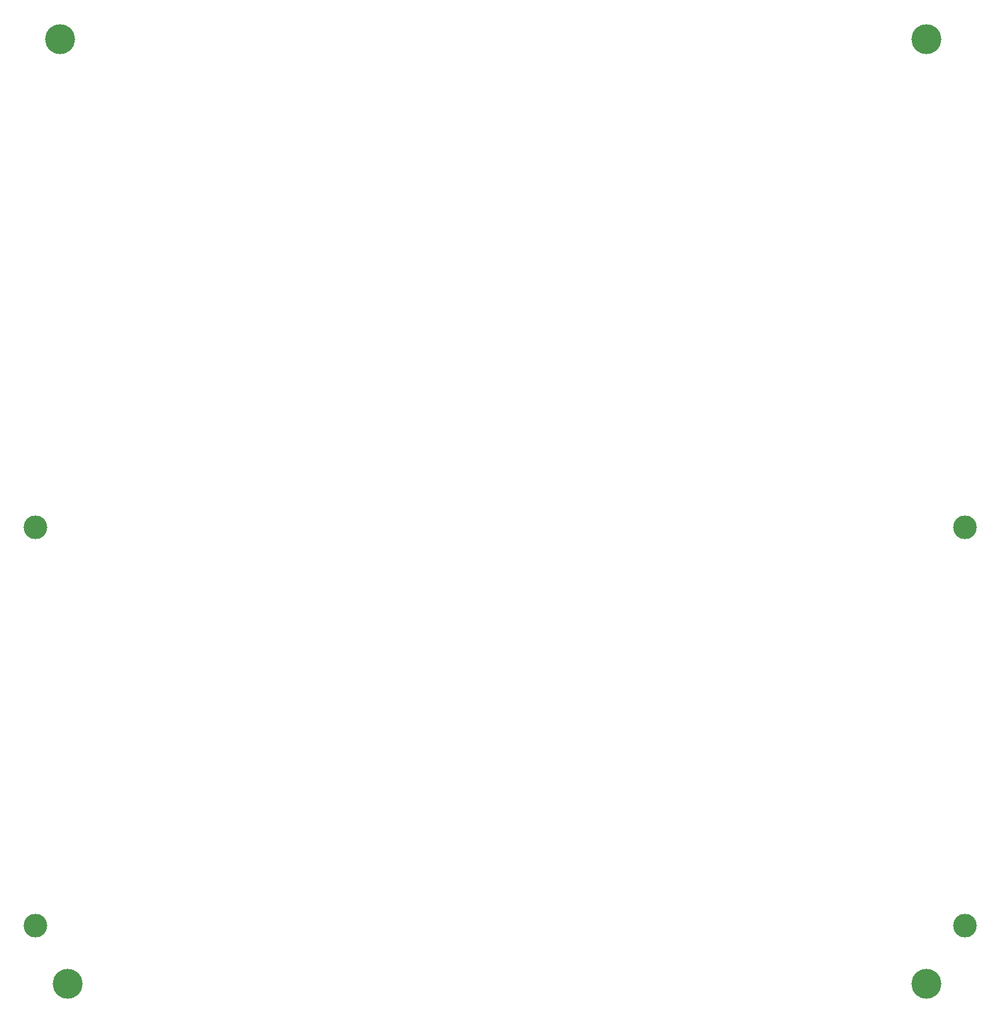
<source format=gbr>
%TF.GenerationSoftware,KiCad,Pcbnew,9.0.0*%
%TF.CreationDate,2025-03-06T09:37:00-05:00*%
%TF.ProjectId,PCB_Tutorial_Lect,5043425f-5475-4746-9f72-69616c5f4c65,rev?*%
%TF.SameCoordinates,Original*%
%TF.FileFunction,NonPlated,1,2,NPTH,Drill*%
%TF.FilePolarity,Positive*%
%FSLAX46Y46*%
G04 Gerber Fmt 4.6, Leading zero omitted, Abs format (unit mm)*
G04 Created by KiCad (PCBNEW 9.0.0) date 2025-03-06 09:37:00*
%MOMM*%
%LPD*%
G01*
G04 APERTURE LIST*
%TA.AperFunction,ComponentDrill*%
%ADD10C,3.175000*%
%TD*%
%TA.AperFunction,ComponentDrill*%
%ADD11C,4.000000*%
%TD*%
G04 APERTURE END LIST*
D10*
%TO.C,U2*%
X48214000Y-103416000D03*
X48214000Y-156756000D03*
X172674000Y-103416000D03*
X172674000Y-156756000D03*
D11*
%TO.C,H1*%
X51500000Y-38000000D03*
%TO.C,H3*%
X52500000Y-164500000D03*
%TO.C,H2*%
X167500000Y-38000000D03*
%TO.C,H4*%
X167500000Y-164500000D03*
M02*

</source>
